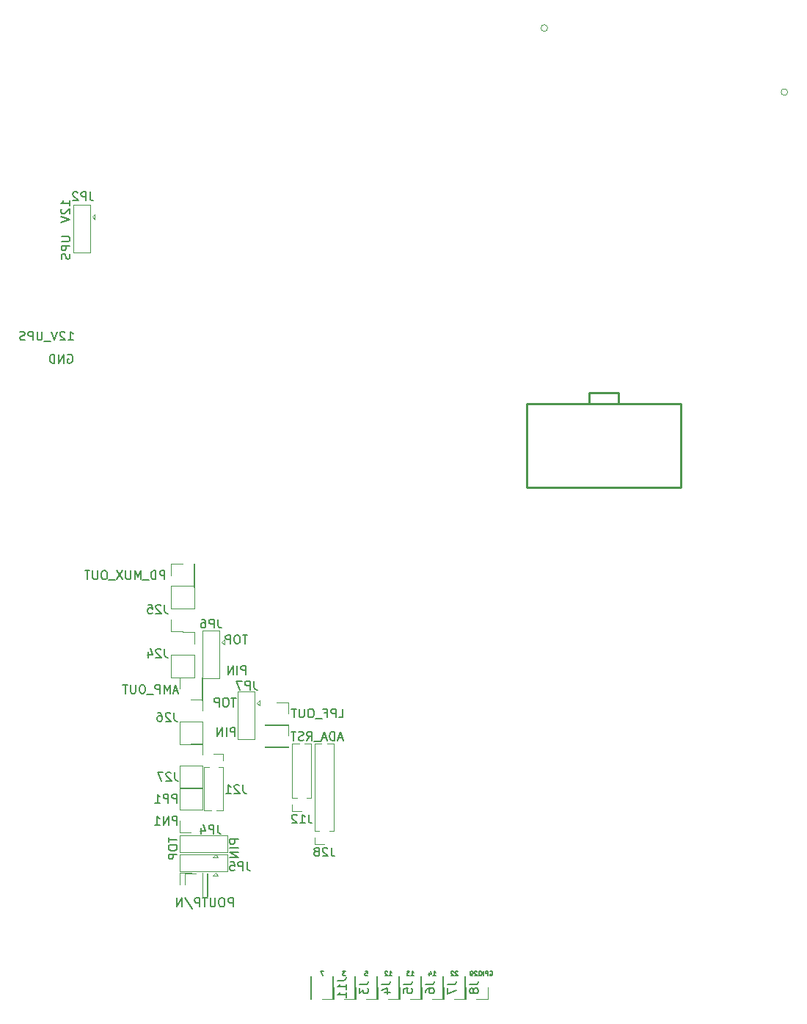
<source format=gbo>
G04 #@! TF.GenerationSoftware,KiCad,Pcbnew,(6.0.1-0)*
G04 #@! TF.CreationDate,2022-02-22T01:29:47+09:00*
G04 #@! TF.ProjectId,qPCR-main,71504352-2d6d-4616-996e-2e6b69636164,rev?*
G04 #@! TF.SameCoordinates,Original*
G04 #@! TF.FileFunction,Legend,Bot*
G04 #@! TF.FilePolarity,Positive*
%FSLAX46Y46*%
G04 Gerber Fmt 4.6, Leading zero omitted, Abs format (unit mm)*
G04 Created by KiCad (PCBNEW (6.0.1-0)) date 2022-02-22 01:29:47*
%MOMM*%
%LPD*%
G01*
G04 APERTURE LIST*
%ADD10C,0.127000*%
%ADD11C,0.150000*%
%ADD12C,0.120000*%
%ADD13C,0.254000*%
G04 APERTURE END LIST*
D10*
X123319333Y-146121809D02*
X123004857Y-146121809D01*
X123174190Y-146315333D01*
X123101619Y-146315333D01*
X123053238Y-146339523D01*
X123029047Y-146363714D01*
X123004857Y-146412095D01*
X123004857Y-146533047D01*
X123029047Y-146581428D01*
X123053238Y-146605619D01*
X123101619Y-146629809D01*
X123246761Y-146629809D01*
X123295142Y-146605619D01*
X123319333Y-146581428D01*
X125569047Y-146121809D02*
X125810952Y-146121809D01*
X125835142Y-146363714D01*
X125810952Y-146339523D01*
X125762571Y-146315333D01*
X125641619Y-146315333D01*
X125593238Y-146339523D01*
X125569047Y-146363714D01*
X125544857Y-146412095D01*
X125544857Y-146533047D01*
X125569047Y-146581428D01*
X125593238Y-146605619D01*
X125641619Y-146629809D01*
X125762571Y-146629809D01*
X125810952Y-146605619D01*
X125835142Y-146581428D01*
X128326761Y-146629809D02*
X128617047Y-146629809D01*
X128471904Y-146629809D02*
X128471904Y-146121809D01*
X128520285Y-146194380D01*
X128568666Y-146242761D01*
X128617047Y-146266952D01*
X128133238Y-146170190D02*
X128109047Y-146146000D01*
X128060666Y-146121809D01*
X127939714Y-146121809D01*
X127891333Y-146146000D01*
X127867142Y-146170190D01*
X127842952Y-146218571D01*
X127842952Y-146266952D01*
X127867142Y-146339523D01*
X128157428Y-146629809D01*
X127842952Y-146629809D01*
X130866761Y-146629809D02*
X131157047Y-146629809D01*
X131011904Y-146629809D02*
X131011904Y-146121809D01*
X131060285Y-146194380D01*
X131108666Y-146242761D01*
X131157047Y-146266952D01*
X130697428Y-146121809D02*
X130382952Y-146121809D01*
X130552285Y-146315333D01*
X130479714Y-146315333D01*
X130431333Y-146339523D01*
X130407142Y-146363714D01*
X130382952Y-146412095D01*
X130382952Y-146533047D01*
X130407142Y-146581428D01*
X130431333Y-146605619D01*
X130479714Y-146629809D01*
X130624857Y-146629809D01*
X130673238Y-146605619D01*
X130697428Y-146581428D01*
X133406761Y-146629809D02*
X133697047Y-146629809D01*
X133551904Y-146629809D02*
X133551904Y-146121809D01*
X133600285Y-146194380D01*
X133648666Y-146242761D01*
X133697047Y-146266952D01*
X132971333Y-146291142D02*
X132971333Y-146629809D01*
X133092285Y-146097619D02*
X133213238Y-146460476D01*
X132898761Y-146460476D01*
X139991809Y-146146000D02*
X140040190Y-146121809D01*
X140112761Y-146121809D01*
X140185333Y-146146000D01*
X140233714Y-146194380D01*
X140257904Y-146242761D01*
X140282095Y-146339523D01*
X140282095Y-146412095D01*
X140257904Y-146508857D01*
X140233714Y-146557238D01*
X140185333Y-146605619D01*
X140112761Y-146629809D01*
X140064380Y-146629809D01*
X139991809Y-146605619D01*
X139967619Y-146581428D01*
X139967619Y-146412095D01*
X140064380Y-146412095D01*
X139749904Y-146629809D02*
X139749904Y-146121809D01*
X139556380Y-146121809D01*
X139508000Y-146146000D01*
X139483809Y-146170190D01*
X139459619Y-146218571D01*
X139459619Y-146291142D01*
X139483809Y-146339523D01*
X139508000Y-146363714D01*
X139556380Y-146387904D01*
X139749904Y-146387904D01*
X139241904Y-146629809D02*
X139241904Y-146121809D01*
X138903238Y-146121809D02*
X138806476Y-146121809D01*
X138758095Y-146146000D01*
X138709714Y-146194380D01*
X138685523Y-146291142D01*
X138685523Y-146460476D01*
X138709714Y-146557238D01*
X138758095Y-146605619D01*
X138806476Y-146629809D01*
X138903238Y-146629809D01*
X138951619Y-146605619D01*
X139000000Y-146557238D01*
X139024190Y-146460476D01*
X139024190Y-146291142D01*
X139000000Y-146194380D01*
X138951619Y-146146000D01*
X138903238Y-146121809D01*
X138492000Y-146170190D02*
X138467809Y-146146000D01*
X138419428Y-146121809D01*
X138298476Y-146121809D01*
X138250095Y-146146000D01*
X138225904Y-146170190D01*
X138201714Y-146218571D01*
X138201714Y-146266952D01*
X138225904Y-146339523D01*
X138516190Y-146629809D01*
X138201714Y-146629809D01*
X137959809Y-146629809D02*
X137863047Y-146629809D01*
X137814666Y-146605619D01*
X137790476Y-146581428D01*
X137742095Y-146508857D01*
X137717904Y-146412095D01*
X137717904Y-146218571D01*
X137742095Y-146170190D01*
X137766285Y-146146000D01*
X137814666Y-146121809D01*
X137911428Y-146121809D01*
X137959809Y-146146000D01*
X137984000Y-146170190D01*
X138008190Y-146218571D01*
X138008190Y-146339523D01*
X137984000Y-146387904D01*
X137959809Y-146412095D01*
X137911428Y-146436285D01*
X137814666Y-146436285D01*
X137766285Y-146412095D01*
X137742095Y-146387904D01*
X137717904Y-146339523D01*
X136237047Y-146170190D02*
X136212857Y-146146000D01*
X136164476Y-146121809D01*
X136043523Y-146121809D01*
X135995142Y-146146000D01*
X135970952Y-146170190D01*
X135946761Y-146218571D01*
X135946761Y-146266952D01*
X135970952Y-146339523D01*
X136261238Y-146629809D01*
X135946761Y-146629809D01*
X135753238Y-146170190D02*
X135729047Y-146146000D01*
X135680666Y-146121809D01*
X135559714Y-146121809D01*
X135511333Y-146146000D01*
X135487142Y-146170190D01*
X135462952Y-146218571D01*
X135462952Y-146266952D01*
X135487142Y-146339523D01*
X135777428Y-146629809D01*
X135462952Y-146629809D01*
D11*
X110318094Y-138672373D02*
X110318094Y-137672373D01*
X109937141Y-137672373D01*
X109841903Y-137719993D01*
X109794284Y-137767612D01*
X109746665Y-137862850D01*
X109746665Y-138005707D01*
X109794284Y-138100945D01*
X109841903Y-138148564D01*
X109937141Y-138196183D01*
X110318094Y-138196183D01*
X109127618Y-137672373D02*
X108937141Y-137672373D01*
X108841903Y-137719993D01*
X108746665Y-137815231D01*
X108699046Y-138005707D01*
X108699046Y-138339040D01*
X108746665Y-138529516D01*
X108841903Y-138624754D01*
X108937141Y-138672373D01*
X109127618Y-138672373D01*
X109222856Y-138624754D01*
X109318094Y-138529516D01*
X109365713Y-138339040D01*
X109365713Y-138005707D01*
X109318094Y-137815231D01*
X109222856Y-137719993D01*
X109127618Y-137672373D01*
X108270475Y-137672373D02*
X108270475Y-138481897D01*
X108222856Y-138577135D01*
X108175237Y-138624754D01*
X108079999Y-138672373D01*
X107889522Y-138672373D01*
X107794284Y-138624754D01*
X107746665Y-138577135D01*
X107699046Y-138481897D01*
X107699046Y-137672373D01*
X107365713Y-137672373D02*
X106794284Y-137672373D01*
X107079999Y-138672373D02*
X107079999Y-137672373D01*
X106460951Y-138672373D02*
X106460951Y-137672373D01*
X106079999Y-137672373D01*
X105984760Y-137719993D01*
X105937141Y-137767612D01*
X105889522Y-137862850D01*
X105889522Y-138005707D01*
X105937141Y-138100945D01*
X105984760Y-138148564D01*
X106079999Y-138196183D01*
X106460951Y-138196183D01*
X104746665Y-137624754D02*
X105603808Y-138910469D01*
X104413332Y-138672373D02*
X104413332Y-137672373D01*
X103841903Y-138672373D01*
X103841903Y-137672373D01*
X103854095Y-126690380D02*
X103854095Y-125690380D01*
X103473142Y-125690380D01*
X103377904Y-125738000D01*
X103330285Y-125785619D01*
X103282666Y-125880857D01*
X103282666Y-126023714D01*
X103330285Y-126118952D01*
X103377904Y-126166571D01*
X103473142Y-126214190D01*
X103854095Y-126214190D01*
X102854095Y-126690380D02*
X102854095Y-125690380D01*
X102473142Y-125690380D01*
X102377904Y-125738000D01*
X102330285Y-125785619D01*
X102282666Y-125880857D01*
X102282666Y-126023714D01*
X102330285Y-126118952D01*
X102377904Y-126166571D01*
X102473142Y-126214190D01*
X102854095Y-126214190D01*
X101330285Y-126690380D02*
X101901714Y-126690380D01*
X101616000Y-126690380D02*
X101616000Y-125690380D01*
X101711238Y-125833238D01*
X101806476Y-125928476D01*
X101901714Y-125976095D01*
X91261904Y-75010009D02*
X91357142Y-74962389D01*
X91500000Y-74962389D01*
X91642857Y-75010009D01*
X91738095Y-75105247D01*
X91785714Y-75200485D01*
X91833333Y-75390961D01*
X91833333Y-75533818D01*
X91785714Y-75724294D01*
X91738095Y-75819532D01*
X91642857Y-75914770D01*
X91500000Y-75962389D01*
X91404761Y-75962389D01*
X91261904Y-75914770D01*
X91214285Y-75867151D01*
X91214285Y-75533818D01*
X91404761Y-75533818D01*
X90785714Y-75962389D02*
X90785714Y-74962389D01*
X90214285Y-75962389D01*
X90214285Y-74962389D01*
X89738095Y-75962389D02*
X89738095Y-74962389D01*
X89500000Y-74962389D01*
X89357142Y-75010009D01*
X89261904Y-75105247D01*
X89214285Y-75200485D01*
X89166666Y-75390961D01*
X89166666Y-75533818D01*
X89214285Y-75724294D01*
X89261904Y-75819532D01*
X89357142Y-75914770D01*
X89500000Y-75962389D01*
X89738095Y-75962389D01*
X90512380Y-61378095D02*
X91321904Y-61378095D01*
X91417142Y-61425714D01*
X91464761Y-61473333D01*
X91512380Y-61568571D01*
X91512380Y-61759047D01*
X91464761Y-61854285D01*
X91417142Y-61901904D01*
X91321904Y-61949523D01*
X90512380Y-61949523D01*
X91512380Y-62425714D02*
X90512380Y-62425714D01*
X90512380Y-62806666D01*
X90560000Y-62901904D01*
X90607619Y-62949523D01*
X90702857Y-62997142D01*
X90845714Y-62997142D01*
X90940952Y-62949523D01*
X90988571Y-62901904D01*
X91036190Y-62806666D01*
X91036190Y-62425714D01*
X91464761Y-63378095D02*
X91512380Y-63520952D01*
X91512380Y-63759047D01*
X91464761Y-63854285D01*
X91417142Y-63901904D01*
X91321904Y-63949523D01*
X91226666Y-63949523D01*
X91131428Y-63901904D01*
X91083809Y-63854285D01*
X91036190Y-63759047D01*
X90988571Y-63568571D01*
X90940952Y-63473333D01*
X90893333Y-63425714D01*
X90798095Y-63378095D01*
X90702857Y-63378095D01*
X90607619Y-63425714D01*
X90560000Y-63473333D01*
X90512380Y-63568571D01*
X90512380Y-63806666D01*
X90560000Y-63949523D01*
X122924761Y-119206666D02*
X122448571Y-119206666D01*
X123020000Y-119492380D02*
X122686666Y-118492380D01*
X122353333Y-119492380D01*
X122020000Y-119492380D02*
X122020000Y-118492380D01*
X121781904Y-118492380D01*
X121639047Y-118540000D01*
X121543809Y-118635238D01*
X121496190Y-118730476D01*
X121448571Y-118920952D01*
X121448571Y-119063809D01*
X121496190Y-119254285D01*
X121543809Y-119349523D01*
X121639047Y-119444761D01*
X121781904Y-119492380D01*
X122020000Y-119492380D01*
X121067619Y-119206666D02*
X120591428Y-119206666D01*
X121162857Y-119492380D02*
X120829523Y-118492380D01*
X120496190Y-119492380D01*
X120400952Y-119587619D02*
X119639047Y-119587619D01*
X118829523Y-119492380D02*
X119162857Y-119016190D01*
X119400952Y-119492380D02*
X119400952Y-118492380D01*
X119020000Y-118492380D01*
X118924761Y-118540000D01*
X118877142Y-118587619D01*
X118829523Y-118682857D01*
X118829523Y-118825714D01*
X118877142Y-118920952D01*
X118924761Y-118968571D01*
X119020000Y-119016190D01*
X119400952Y-119016190D01*
X118448571Y-119444761D02*
X118305714Y-119492380D01*
X118067619Y-119492380D01*
X117972380Y-119444761D01*
X117924761Y-119397142D01*
X117877142Y-119301904D01*
X117877142Y-119206666D01*
X117924761Y-119111428D01*
X117972380Y-119063809D01*
X118067619Y-119016190D01*
X118258095Y-118968571D01*
X118353333Y-118920952D01*
X118400952Y-118873333D01*
X118448571Y-118778095D01*
X118448571Y-118682857D01*
X118400952Y-118587619D01*
X118353333Y-118540000D01*
X118258095Y-118492380D01*
X118020000Y-118492380D01*
X117877142Y-118540000D01*
X117591428Y-118492380D02*
X117020000Y-118492380D01*
X117305714Y-119492380D02*
X117305714Y-118492380D01*
D10*
X120779333Y-146121809D02*
X120440666Y-146121809D01*
X120658380Y-146629809D01*
D11*
X91300000Y-73332380D02*
X91871428Y-73332380D01*
X91585714Y-73332380D02*
X91585714Y-72332380D01*
X91680952Y-72475238D01*
X91776190Y-72570476D01*
X91871428Y-72618095D01*
X90919047Y-72427619D02*
X90871428Y-72380000D01*
X90776190Y-72332380D01*
X90538095Y-72332380D01*
X90442857Y-72380000D01*
X90395238Y-72427619D01*
X90347619Y-72522857D01*
X90347619Y-72618095D01*
X90395238Y-72760952D01*
X90966666Y-73332380D01*
X90347619Y-73332380D01*
X90061904Y-72332380D02*
X89728571Y-73332380D01*
X89395238Y-72332380D01*
X89300000Y-73427619D02*
X88538095Y-73427619D01*
X88300000Y-72332380D02*
X88300000Y-73141904D01*
X88252380Y-73237142D01*
X88204761Y-73284761D01*
X88109523Y-73332380D01*
X87919047Y-73332380D01*
X87823809Y-73284761D01*
X87776190Y-73237142D01*
X87728571Y-73141904D01*
X87728571Y-72332380D01*
X87252380Y-73332380D02*
X87252380Y-72332380D01*
X86871428Y-72332380D01*
X86776190Y-72380000D01*
X86728571Y-72427619D01*
X86680952Y-72522857D01*
X86680952Y-72665714D01*
X86728571Y-72760952D01*
X86776190Y-72808571D01*
X86871428Y-72856190D01*
X87252380Y-72856190D01*
X86300000Y-73284761D02*
X86157142Y-73332380D01*
X85919047Y-73332380D01*
X85823809Y-73284761D01*
X85776190Y-73237142D01*
X85728571Y-73141904D01*
X85728571Y-73046666D01*
X85776190Y-72951428D01*
X85823809Y-72903809D01*
X85919047Y-72856190D01*
X86109523Y-72808571D01*
X86204761Y-72760952D01*
X86252380Y-72713333D01*
X86300000Y-72618095D01*
X86300000Y-72522857D01*
X86252380Y-72427619D01*
X86204761Y-72380000D01*
X86109523Y-72332380D01*
X85871428Y-72332380D01*
X85728571Y-72380000D01*
X103949047Y-113786666D02*
X103472857Y-113786666D01*
X104044285Y-114072380D02*
X103710952Y-113072380D01*
X103377619Y-114072380D01*
X103044285Y-114072380D02*
X103044285Y-113072380D01*
X102710952Y-113786666D01*
X102377619Y-113072380D01*
X102377619Y-114072380D01*
X101901428Y-114072380D02*
X101901428Y-113072380D01*
X101520476Y-113072380D01*
X101425238Y-113120000D01*
X101377619Y-113167619D01*
X101330000Y-113262857D01*
X101330000Y-113405714D01*
X101377619Y-113500952D01*
X101425238Y-113548571D01*
X101520476Y-113596190D01*
X101901428Y-113596190D01*
X101139523Y-114167619D02*
X100377619Y-114167619D01*
X99949047Y-113072380D02*
X99758571Y-113072380D01*
X99663333Y-113120000D01*
X99568095Y-113215238D01*
X99520476Y-113405714D01*
X99520476Y-113739047D01*
X99568095Y-113929523D01*
X99663333Y-114024761D01*
X99758571Y-114072380D01*
X99949047Y-114072380D01*
X100044285Y-114024761D01*
X100139523Y-113929523D01*
X100187142Y-113739047D01*
X100187142Y-113405714D01*
X100139523Y-113215238D01*
X100044285Y-113120000D01*
X99949047Y-113072380D01*
X99091904Y-113072380D02*
X99091904Y-113881904D01*
X99044285Y-113977142D01*
X98996666Y-114024761D01*
X98901428Y-114072380D01*
X98710952Y-114072380D01*
X98615714Y-114024761D01*
X98568095Y-113977142D01*
X98520476Y-113881904D01*
X98520476Y-113072380D01*
X98187142Y-113072380D02*
X97615714Y-113072380D01*
X97901428Y-114072380D02*
X97901428Y-113072380D01*
X102872380Y-130670476D02*
X102872380Y-131241904D01*
X103872380Y-130956190D02*
X102872380Y-130956190D01*
X102872380Y-131765714D02*
X102872380Y-131956190D01*
X102920000Y-132051428D01*
X103015238Y-132146666D01*
X103205714Y-132194285D01*
X103539047Y-132194285D01*
X103729523Y-132146666D01*
X103824761Y-132051428D01*
X103872380Y-131956190D01*
X103872380Y-131765714D01*
X103824761Y-131670476D01*
X103729523Y-131575238D01*
X103539047Y-131527619D01*
X103205714Y-131527619D01*
X103015238Y-131575238D01*
X102920000Y-131670476D01*
X102872380Y-131765714D01*
X103872380Y-132622857D02*
X102872380Y-132622857D01*
X102872380Y-133003809D01*
X102920000Y-133099047D01*
X102967619Y-133146666D01*
X103062857Y-133194285D01*
X103205714Y-133194285D01*
X103300952Y-133146666D01*
X103348571Y-133099047D01*
X103396190Y-133003809D01*
X103396190Y-132622857D01*
X103877904Y-129230380D02*
X103877904Y-128230380D01*
X103496952Y-128230380D01*
X103401714Y-128278000D01*
X103354095Y-128325619D01*
X103306476Y-128420857D01*
X103306476Y-128563714D01*
X103354095Y-128658952D01*
X103401714Y-128706571D01*
X103496952Y-128754190D01*
X103877904Y-128754190D01*
X102877904Y-129230380D02*
X102877904Y-128230380D01*
X102306476Y-129230380D01*
X102306476Y-128230380D01*
X101306476Y-129230380D02*
X101877904Y-129230380D01*
X101592190Y-129230380D02*
X101592190Y-128230380D01*
X101687428Y-128373238D01*
X101782666Y-128468476D01*
X101877904Y-128516095D01*
X110962380Y-130906190D02*
X109962380Y-130906190D01*
X109962380Y-131287142D01*
X110010000Y-131382380D01*
X110057619Y-131430000D01*
X110152857Y-131477619D01*
X110295714Y-131477619D01*
X110390952Y-131430000D01*
X110438571Y-131382380D01*
X110486190Y-131287142D01*
X110486190Y-130906190D01*
X110962380Y-131906190D02*
X109962380Y-131906190D01*
X110962380Y-132382380D02*
X109962380Y-132382380D01*
X110962380Y-132953809D01*
X109962380Y-132953809D01*
X111813809Y-111862380D02*
X111813809Y-110862380D01*
X111432857Y-110862380D01*
X111337619Y-110910000D01*
X111290000Y-110957619D01*
X111242380Y-111052857D01*
X111242380Y-111195714D01*
X111290000Y-111290952D01*
X111337619Y-111338571D01*
X111432857Y-111386190D01*
X111813809Y-111386190D01*
X110813809Y-111862380D02*
X110813809Y-110862380D01*
X110337619Y-111862380D02*
X110337619Y-110862380D01*
X109766190Y-111862380D01*
X109766190Y-110862380D01*
X102423800Y-100912380D02*
X102423800Y-99912380D01*
X102042848Y-99912380D01*
X101947610Y-99960000D01*
X101899991Y-100007619D01*
X101852371Y-100102857D01*
X101852371Y-100245714D01*
X101899991Y-100340952D01*
X101947610Y-100388571D01*
X102042848Y-100436190D01*
X102423800Y-100436190D01*
X101423800Y-100912380D02*
X101423800Y-99912380D01*
X101185705Y-99912380D01*
X101042848Y-99960000D01*
X100947610Y-100055238D01*
X100899991Y-100150476D01*
X100852371Y-100340952D01*
X100852371Y-100483809D01*
X100899991Y-100674285D01*
X100947610Y-100769523D01*
X101042848Y-100864761D01*
X101185705Y-100912380D01*
X101423800Y-100912380D01*
X100661895Y-101007619D02*
X99899991Y-101007619D01*
X99661895Y-100912380D02*
X99661895Y-99912380D01*
X99328562Y-100626666D01*
X98995229Y-99912380D01*
X98995229Y-100912380D01*
X98519038Y-99912380D02*
X98519038Y-100721904D01*
X98471419Y-100817142D01*
X98423800Y-100864761D01*
X98328562Y-100912380D01*
X98138086Y-100912380D01*
X98042848Y-100864761D01*
X97995229Y-100817142D01*
X97947610Y-100721904D01*
X97947610Y-99912380D01*
X97566657Y-99912380D02*
X96899991Y-100912380D01*
X96899991Y-99912380D02*
X97566657Y-100912380D01*
X96757133Y-101007619D02*
X95995229Y-101007619D01*
X95566657Y-99912380D02*
X95376181Y-99912380D01*
X95280943Y-99960000D01*
X95185705Y-100055238D01*
X95138086Y-100245714D01*
X95138086Y-100579047D01*
X95185705Y-100769523D01*
X95280943Y-100864761D01*
X95376181Y-100912380D01*
X95566657Y-100912380D01*
X95661895Y-100864761D01*
X95757133Y-100769523D01*
X95804752Y-100579047D01*
X95804752Y-100245714D01*
X95757133Y-100055238D01*
X95661895Y-99960000D01*
X95566657Y-99912380D01*
X94709514Y-99912380D02*
X94709514Y-100721904D01*
X94661895Y-100817142D01*
X94614276Y-100864761D01*
X94519038Y-100912380D01*
X94328562Y-100912380D01*
X94233324Y-100864761D01*
X94185705Y-100817142D01*
X94138086Y-100721904D01*
X94138086Y-99912380D01*
X93804752Y-99912380D02*
X93233324Y-99912380D01*
X93519038Y-100912380D02*
X93519038Y-99912380D01*
X110669523Y-114592380D02*
X110098095Y-114592380D01*
X110383809Y-115592380D02*
X110383809Y-114592380D01*
X109574285Y-114592380D02*
X109383809Y-114592380D01*
X109288571Y-114640000D01*
X109193333Y-114735238D01*
X109145714Y-114925714D01*
X109145714Y-115259047D01*
X109193333Y-115449523D01*
X109288571Y-115544761D01*
X109383809Y-115592380D01*
X109574285Y-115592380D01*
X109669523Y-115544761D01*
X109764761Y-115449523D01*
X109812380Y-115259047D01*
X109812380Y-114925714D01*
X109764761Y-114735238D01*
X109669523Y-114640000D01*
X109574285Y-114592380D01*
X108717142Y-115592380D02*
X108717142Y-114592380D01*
X108336190Y-114592380D01*
X108240952Y-114640000D01*
X108193333Y-114687619D01*
X108145714Y-114782857D01*
X108145714Y-114925714D01*
X108193333Y-115020952D01*
X108240952Y-115068571D01*
X108336190Y-115116190D01*
X108717142Y-115116190D01*
X111989523Y-107332380D02*
X111418095Y-107332380D01*
X111703809Y-108332380D02*
X111703809Y-107332380D01*
X110894285Y-107332380D02*
X110703809Y-107332380D01*
X110608571Y-107380000D01*
X110513333Y-107475238D01*
X110465714Y-107665714D01*
X110465714Y-107999047D01*
X110513333Y-108189523D01*
X110608571Y-108284761D01*
X110703809Y-108332380D01*
X110894285Y-108332380D01*
X110989523Y-108284761D01*
X111084761Y-108189523D01*
X111132380Y-107999047D01*
X111132380Y-107665714D01*
X111084761Y-107475238D01*
X110989523Y-107380000D01*
X110894285Y-107332380D01*
X110037142Y-108332380D02*
X110037142Y-107332380D01*
X109656190Y-107332380D01*
X109560952Y-107380000D01*
X109513333Y-107427619D01*
X109465714Y-107522857D01*
X109465714Y-107665714D01*
X109513333Y-107760952D01*
X109560952Y-107808571D01*
X109656190Y-107856190D01*
X110037142Y-107856190D01*
X91462380Y-57810952D02*
X91462380Y-57239523D01*
X91462380Y-57525238D02*
X90462380Y-57525238D01*
X90605238Y-57430000D01*
X90700476Y-57334761D01*
X90748095Y-57239523D01*
X90557619Y-58191904D02*
X90510000Y-58239523D01*
X90462380Y-58334761D01*
X90462380Y-58572857D01*
X90510000Y-58668095D01*
X90557619Y-58715714D01*
X90652857Y-58763333D01*
X90748095Y-58763333D01*
X90890952Y-58715714D01*
X91462380Y-58144285D01*
X91462380Y-58763333D01*
X90462380Y-59049047D02*
X91462380Y-59382380D01*
X90462380Y-59715714D01*
X122538571Y-116852380D02*
X123014761Y-116852380D01*
X123014761Y-115852380D01*
X122205238Y-116852380D02*
X122205238Y-115852380D01*
X121824285Y-115852380D01*
X121729047Y-115900000D01*
X121681428Y-115947619D01*
X121633809Y-116042857D01*
X121633809Y-116185714D01*
X121681428Y-116280952D01*
X121729047Y-116328571D01*
X121824285Y-116376190D01*
X122205238Y-116376190D01*
X120871904Y-116328571D02*
X121205238Y-116328571D01*
X121205238Y-116852380D02*
X121205238Y-115852380D01*
X120729047Y-115852380D01*
X120586190Y-116947619D02*
X119824285Y-116947619D01*
X119395714Y-115852380D02*
X119205238Y-115852380D01*
X119110000Y-115900000D01*
X119014761Y-115995238D01*
X118967142Y-116185714D01*
X118967142Y-116519047D01*
X119014761Y-116709523D01*
X119110000Y-116804761D01*
X119205238Y-116852380D01*
X119395714Y-116852380D01*
X119490952Y-116804761D01*
X119586190Y-116709523D01*
X119633809Y-116519047D01*
X119633809Y-116185714D01*
X119586190Y-115995238D01*
X119490952Y-115900000D01*
X119395714Y-115852380D01*
X118538571Y-115852380D02*
X118538571Y-116661904D01*
X118490952Y-116757142D01*
X118443333Y-116804761D01*
X118348095Y-116852380D01*
X118157619Y-116852380D01*
X118062380Y-116804761D01*
X118014761Y-116757142D01*
X117967142Y-116661904D01*
X117967142Y-115852380D01*
X117633809Y-115852380D02*
X117062380Y-115852380D01*
X117348095Y-116852380D02*
X117348095Y-115852380D01*
X110563798Y-119012392D02*
X110563798Y-118012392D01*
X110182846Y-118012392D01*
X110087608Y-118060012D01*
X110039989Y-118107631D01*
X109992369Y-118202869D01*
X109992369Y-118345726D01*
X110039989Y-118440964D01*
X110087608Y-118488583D01*
X110182846Y-118536202D01*
X110563798Y-118536202D01*
X109563798Y-119012392D02*
X109563798Y-118012392D01*
X109087608Y-119012392D02*
X109087608Y-118012392D01*
X108516179Y-119012392D01*
X108516179Y-118012392D01*
X124932380Y-147666666D02*
X125646666Y-147666666D01*
X125789523Y-147619047D01*
X125884761Y-147523809D01*
X125932380Y-147380952D01*
X125932380Y-147285714D01*
X124932380Y-148047619D02*
X124932380Y-148666666D01*
X125313333Y-148333333D01*
X125313333Y-148476190D01*
X125360952Y-148571428D01*
X125408571Y-148619047D01*
X125503809Y-148666666D01*
X125741904Y-148666666D01*
X125837142Y-148619047D01*
X125884761Y-148571428D01*
X125932380Y-148476190D01*
X125932380Y-148190476D01*
X125884761Y-148095238D01*
X125837142Y-148047619D01*
X127472380Y-147666666D02*
X128186666Y-147666666D01*
X128329523Y-147619047D01*
X128424761Y-147523809D01*
X128472380Y-147380952D01*
X128472380Y-147285714D01*
X127805714Y-148571428D02*
X128472380Y-148571428D01*
X127424761Y-148333333D02*
X128139047Y-148095238D01*
X128139047Y-148714285D01*
X130012380Y-147666666D02*
X130726666Y-147666666D01*
X130869523Y-147619047D01*
X130964761Y-147523809D01*
X131012380Y-147380952D01*
X131012380Y-147285714D01*
X130012380Y-148619047D02*
X130012380Y-148142857D01*
X130488571Y-148095238D01*
X130440952Y-148142857D01*
X130393333Y-148238095D01*
X130393333Y-148476190D01*
X130440952Y-148571428D01*
X130488571Y-148619047D01*
X130583809Y-148666666D01*
X130821904Y-148666666D01*
X130917142Y-148619047D01*
X130964761Y-148571428D01*
X131012380Y-148476190D01*
X131012380Y-148238095D01*
X130964761Y-148142857D01*
X130917142Y-148095238D01*
X132552380Y-147666666D02*
X133266666Y-147666666D01*
X133409523Y-147619047D01*
X133504761Y-147523809D01*
X133552380Y-147380952D01*
X133552380Y-147285714D01*
X132552380Y-148571428D02*
X132552380Y-148380952D01*
X132600000Y-148285714D01*
X132647619Y-148238095D01*
X132790476Y-148142857D01*
X132980952Y-148095238D01*
X133361904Y-148095238D01*
X133457142Y-148142857D01*
X133504761Y-148190476D01*
X133552380Y-148285714D01*
X133552380Y-148476190D01*
X133504761Y-148571428D01*
X133457142Y-148619047D01*
X133361904Y-148666666D01*
X133123809Y-148666666D01*
X133028571Y-148619047D01*
X132980952Y-148571428D01*
X132933333Y-148476190D01*
X132933333Y-148285714D01*
X132980952Y-148190476D01*
X133028571Y-148142857D01*
X133123809Y-148095238D01*
X137632380Y-147666666D02*
X138346666Y-147666666D01*
X138489523Y-147619047D01*
X138584761Y-147523809D01*
X138632380Y-147380952D01*
X138632380Y-147285714D01*
X138060952Y-148285714D02*
X138013333Y-148190476D01*
X137965714Y-148142857D01*
X137870476Y-148095238D01*
X137822857Y-148095238D01*
X137727619Y-148142857D01*
X137680000Y-148190476D01*
X137632380Y-148285714D01*
X137632380Y-148476190D01*
X137680000Y-148571428D01*
X137727619Y-148619047D01*
X137822857Y-148666666D01*
X137870476Y-148666666D01*
X137965714Y-148619047D01*
X138013333Y-148571428D01*
X138060952Y-148476190D01*
X138060952Y-148285714D01*
X138108571Y-148190476D01*
X138156190Y-148142857D01*
X138251428Y-148095238D01*
X138441904Y-148095238D01*
X138537142Y-148142857D01*
X138584761Y-148190476D01*
X138632380Y-148285714D01*
X138632380Y-148476190D01*
X138584761Y-148571428D01*
X138537142Y-148619047D01*
X138441904Y-148666666D01*
X138251428Y-148666666D01*
X138156190Y-148619047D01*
X138108571Y-148571428D01*
X138060952Y-148476190D01*
X93833333Y-56232380D02*
X93833333Y-56946666D01*
X93880952Y-57089523D01*
X93976190Y-57184761D01*
X94119047Y-57232380D01*
X94214285Y-57232380D01*
X93357142Y-57232380D02*
X93357142Y-56232380D01*
X92976190Y-56232380D01*
X92880952Y-56280000D01*
X92833333Y-56327619D01*
X92785714Y-56422857D01*
X92785714Y-56565714D01*
X92833333Y-56660952D01*
X92880952Y-56708571D01*
X92976190Y-56756190D01*
X93357142Y-56756190D01*
X92404761Y-56327619D02*
X92357142Y-56280000D01*
X92261904Y-56232380D01*
X92023809Y-56232380D01*
X91928571Y-56280000D01*
X91880952Y-56327619D01*
X91833333Y-56422857D01*
X91833333Y-56518095D01*
X91880952Y-56660952D01*
X92452380Y-57232380D01*
X91833333Y-57232380D01*
X135092380Y-147666666D02*
X135806666Y-147666666D01*
X135949523Y-147619047D01*
X136044761Y-147523809D01*
X136092380Y-147380952D01*
X136092380Y-147285714D01*
X135092380Y-148047619D02*
X135092380Y-148714285D01*
X136092380Y-148285714D01*
X119071923Y-128045780D02*
X119071923Y-128760066D01*
X119119542Y-128902923D01*
X119214780Y-128998161D01*
X119357638Y-129045780D01*
X119452876Y-129045780D01*
X118071923Y-129045780D02*
X118643352Y-129045780D01*
X118357638Y-129045780D02*
X118357638Y-128045780D01*
X118452876Y-128188638D01*
X118548114Y-128283876D01*
X118643352Y-128331495D01*
X117690971Y-128141019D02*
X117643352Y-128093400D01*
X117548114Y-128045780D01*
X117310019Y-128045780D01*
X117214780Y-128093400D01*
X117167161Y-128141019D01*
X117119542Y-128236257D01*
X117119542Y-128331495D01*
X117167161Y-128474352D01*
X117738590Y-129045780D01*
X117119542Y-129045780D01*
X122382380Y-147190476D02*
X123096666Y-147190476D01*
X123239523Y-147142857D01*
X123334761Y-147047619D01*
X123382380Y-146904761D01*
X123382380Y-146809523D01*
X123382380Y-148190476D02*
X123382380Y-147619047D01*
X123382380Y-147904761D02*
X122382380Y-147904761D01*
X122525238Y-147809523D01*
X122620476Y-147714285D01*
X122668095Y-147619047D01*
X123382380Y-149142857D02*
X123382380Y-148571428D01*
X123382380Y-148857142D02*
X122382380Y-148857142D01*
X122525238Y-148761904D01*
X122620476Y-148666666D01*
X122668095Y-148571428D01*
X112743333Y-112652380D02*
X112743333Y-113366666D01*
X112790952Y-113509523D01*
X112886190Y-113604761D01*
X113029047Y-113652380D01*
X113124285Y-113652380D01*
X112267142Y-113652380D02*
X112267142Y-112652380D01*
X111886190Y-112652380D01*
X111790952Y-112700000D01*
X111743333Y-112747619D01*
X111695714Y-112842857D01*
X111695714Y-112985714D01*
X111743333Y-113080952D01*
X111790952Y-113128571D01*
X111886190Y-113176190D01*
X112267142Y-113176190D01*
X111362380Y-112652380D02*
X110695714Y-112652380D01*
X111124285Y-113652380D01*
X108593328Y-105524373D02*
X108593328Y-106238659D01*
X108640947Y-106381516D01*
X108736185Y-106476754D01*
X108879042Y-106524373D01*
X108974280Y-106524373D01*
X108117137Y-106524373D02*
X108117137Y-105524373D01*
X107736185Y-105524373D01*
X107640947Y-105571993D01*
X107593328Y-105619612D01*
X107545709Y-105714850D01*
X107545709Y-105857707D01*
X107593328Y-105952945D01*
X107640947Y-106000564D01*
X107736185Y-106048183D01*
X108117137Y-106048183D01*
X106688566Y-105524373D02*
X106879042Y-105524373D01*
X106974280Y-105571993D01*
X107021899Y-105619612D01*
X107117137Y-105762469D01*
X107164756Y-105952945D01*
X107164756Y-106333897D01*
X107117137Y-106429135D01*
X107069518Y-106476754D01*
X106974280Y-106524373D01*
X106783804Y-106524373D01*
X106688566Y-106476754D01*
X106640947Y-106429135D01*
X106593328Y-106333897D01*
X106593328Y-106095802D01*
X106640947Y-106000564D01*
X106688566Y-105952945D01*
X106783804Y-105905326D01*
X106974280Y-105905326D01*
X107069518Y-105952945D01*
X107117137Y-106000564D01*
X107164756Y-106095802D01*
X108573333Y-129232380D02*
X108573333Y-129946666D01*
X108620952Y-130089523D01*
X108716190Y-130184761D01*
X108859047Y-130232380D01*
X108954285Y-130232380D01*
X108097142Y-130232380D02*
X108097142Y-129232380D01*
X107716190Y-129232380D01*
X107620952Y-129280000D01*
X107573333Y-129327619D01*
X107525714Y-129422857D01*
X107525714Y-129565714D01*
X107573333Y-129660952D01*
X107620952Y-129708571D01*
X107716190Y-129756190D01*
X108097142Y-129756190D01*
X106668571Y-129565714D02*
X106668571Y-130232380D01*
X106906666Y-129184761D02*
X107144761Y-129899047D01*
X106525714Y-129899047D01*
X103529523Y-116292380D02*
X103529523Y-117006666D01*
X103577142Y-117149523D01*
X103672380Y-117244761D01*
X103815238Y-117292380D01*
X103910476Y-117292380D01*
X103100952Y-116387619D02*
X103053333Y-116340000D01*
X102958095Y-116292380D01*
X102720000Y-116292380D01*
X102624761Y-116340000D01*
X102577142Y-116387619D01*
X102529523Y-116482857D01*
X102529523Y-116578095D01*
X102577142Y-116720952D01*
X103148571Y-117292380D01*
X102529523Y-117292380D01*
X101672380Y-116292380D02*
X101862857Y-116292380D01*
X101958095Y-116340000D01*
X102005714Y-116387619D01*
X102100952Y-116530476D01*
X102148571Y-116720952D01*
X102148571Y-117101904D01*
X102100952Y-117197142D01*
X102053333Y-117244761D01*
X101958095Y-117292380D01*
X101767619Y-117292380D01*
X101672380Y-117244761D01*
X101624761Y-117197142D01*
X101577142Y-117101904D01*
X101577142Y-116863809D01*
X101624761Y-116768571D01*
X101672380Y-116720952D01*
X101767619Y-116673333D01*
X101958095Y-116673333D01*
X102053333Y-116720952D01*
X102100952Y-116768571D01*
X102148571Y-116863809D01*
X121662723Y-131855780D02*
X121662723Y-132570066D01*
X121710342Y-132712923D01*
X121805580Y-132808161D01*
X121948438Y-132855780D01*
X122043676Y-132855780D01*
X121234152Y-131951019D02*
X121186533Y-131903400D01*
X121091295Y-131855780D01*
X120853200Y-131855780D01*
X120757961Y-131903400D01*
X120710342Y-131951019D01*
X120662723Y-132046257D01*
X120662723Y-132141495D01*
X120710342Y-132284352D01*
X121281771Y-132855780D01*
X120662723Y-132855780D01*
X120091295Y-132284352D02*
X120186533Y-132236733D01*
X120234152Y-132189114D01*
X120281771Y-132093876D01*
X120281771Y-132046257D01*
X120234152Y-131951019D01*
X120186533Y-131903400D01*
X120091295Y-131855780D01*
X119900819Y-131855780D01*
X119805580Y-131903400D01*
X119757961Y-131951019D01*
X119710342Y-132046257D01*
X119710342Y-132093876D01*
X119757961Y-132189114D01*
X119805580Y-132236733D01*
X119900819Y-132284352D01*
X120091295Y-132284352D01*
X120186533Y-132331971D01*
X120234152Y-132379590D01*
X120281771Y-132474828D01*
X120281771Y-132665304D01*
X120234152Y-132760542D01*
X120186533Y-132808161D01*
X120091295Y-132855780D01*
X119900819Y-132855780D01*
X119805580Y-132808161D01*
X119757961Y-132760542D01*
X119710342Y-132665304D01*
X119710342Y-132474828D01*
X119757961Y-132379590D01*
X119805580Y-132331971D01*
X119900819Y-132284352D01*
X111469523Y-124602380D02*
X111469523Y-125316666D01*
X111517142Y-125459523D01*
X111612380Y-125554761D01*
X111755238Y-125602380D01*
X111850476Y-125602380D01*
X111040952Y-124697619D02*
X110993333Y-124650000D01*
X110898095Y-124602380D01*
X110660000Y-124602380D01*
X110564761Y-124650000D01*
X110517142Y-124697619D01*
X110469523Y-124792857D01*
X110469523Y-124888095D01*
X110517142Y-125030952D01*
X111088571Y-125602380D01*
X110469523Y-125602380D01*
X109517142Y-125602380D02*
X110088571Y-125602380D01*
X109802857Y-125602380D02*
X109802857Y-124602380D01*
X109898095Y-124745238D01*
X109993333Y-124840476D01*
X110088571Y-124888095D01*
X111933333Y-133512380D02*
X111933333Y-134226666D01*
X111980952Y-134369523D01*
X112076190Y-134464761D01*
X112219047Y-134512380D01*
X112314285Y-134512380D01*
X111457142Y-134512380D02*
X111457142Y-133512380D01*
X111076190Y-133512380D01*
X110980952Y-133560000D01*
X110933333Y-133607619D01*
X110885714Y-133702857D01*
X110885714Y-133845714D01*
X110933333Y-133940952D01*
X110980952Y-133988571D01*
X111076190Y-134036190D01*
X111457142Y-134036190D01*
X109980952Y-133512380D02*
X110457142Y-133512380D01*
X110504761Y-133988571D01*
X110457142Y-133940952D01*
X110361904Y-133893333D01*
X110123809Y-133893333D01*
X110028571Y-133940952D01*
X109980952Y-133988571D01*
X109933333Y-134083809D01*
X109933333Y-134321904D01*
X109980952Y-134417142D01*
X110028571Y-134464761D01*
X110123809Y-134512380D01*
X110361904Y-134512380D01*
X110457142Y-134464761D01*
X110504761Y-134417142D01*
X102419514Y-103849380D02*
X102419514Y-104563666D01*
X102467133Y-104706523D01*
X102562371Y-104801761D01*
X102705229Y-104849380D01*
X102800467Y-104849380D01*
X101990943Y-103944619D02*
X101943324Y-103897000D01*
X101848086Y-103849380D01*
X101609991Y-103849380D01*
X101514752Y-103897000D01*
X101467133Y-103944619D01*
X101419514Y-104039857D01*
X101419514Y-104135095D01*
X101467133Y-104277952D01*
X102038562Y-104849380D01*
X101419514Y-104849380D01*
X100514752Y-103849380D02*
X100990943Y-103849380D01*
X101038562Y-104325571D01*
X100990943Y-104277952D01*
X100895705Y-104230333D01*
X100657610Y-104230333D01*
X100562371Y-104277952D01*
X100514752Y-104325571D01*
X100467133Y-104420809D01*
X100467133Y-104658904D01*
X100514752Y-104754142D01*
X100562371Y-104801761D01*
X100657610Y-104849380D01*
X100895705Y-104849380D01*
X100990943Y-104801761D01*
X101038562Y-104754142D01*
X102419514Y-108929380D02*
X102419514Y-109643666D01*
X102467133Y-109786523D01*
X102562371Y-109881761D01*
X102705229Y-109929380D01*
X102800467Y-109929380D01*
X101990943Y-109024619D02*
X101943324Y-108977000D01*
X101848086Y-108929380D01*
X101609991Y-108929380D01*
X101514752Y-108977000D01*
X101467133Y-109024619D01*
X101419514Y-109119857D01*
X101419514Y-109215095D01*
X101467133Y-109357952D01*
X102038562Y-109929380D01*
X101419514Y-109929380D01*
X100562371Y-109262714D02*
X100562371Y-109929380D01*
X100800467Y-108881761D02*
X101038562Y-109596047D01*
X100419514Y-109596047D01*
X103599513Y-123162369D02*
X103599513Y-123876655D01*
X103647132Y-124019512D01*
X103742370Y-124114750D01*
X103885228Y-124162369D01*
X103980466Y-124162369D01*
X103170942Y-123257608D02*
X103123323Y-123209989D01*
X103028085Y-123162369D01*
X102789990Y-123162369D01*
X102694751Y-123209989D01*
X102647132Y-123257608D01*
X102599513Y-123352846D01*
X102599513Y-123448084D01*
X102647132Y-123590941D01*
X103218561Y-124162369D01*
X102599513Y-124162369D01*
X102266180Y-123162369D02*
X101599513Y-123162369D01*
X102028085Y-124162369D01*
D12*
X174340312Y-44715370D02*
G75*
G03*
X174340312Y-44715370I-381000J0D01*
G01*
X146630813Y-37324869D02*
G75*
G03*
X146630813Y-37324869I-381000J0D01*
G01*
X121880000Y-149330000D02*
X121820000Y-149330000D01*
X121880000Y-146670000D02*
X121820000Y-146670000D01*
X121880000Y-149330000D02*
X121880000Y-146670000D01*
X123150000Y-149330000D02*
X124480000Y-149330000D01*
X121820000Y-149330000D02*
X121820000Y-146670000D01*
X124480000Y-149330000D02*
X124480000Y-148000000D01*
X124420000Y-146670000D02*
X124360000Y-146670000D01*
X124420000Y-149330000D02*
X124420000Y-146670000D01*
X125690000Y-149330000D02*
X127020000Y-149330000D01*
X127020000Y-149330000D02*
X127020000Y-148000000D01*
X124360000Y-149330000D02*
X124360000Y-146670000D01*
X124420000Y-149330000D02*
X124360000Y-149330000D01*
X126900000Y-149330000D02*
X126900000Y-146670000D01*
X126960000Y-146670000D02*
X126900000Y-146670000D01*
X126960000Y-149330000D02*
X126900000Y-149330000D01*
X126960000Y-149330000D02*
X126960000Y-146670000D01*
X129560000Y-149330000D02*
X129560000Y-148000000D01*
X128230000Y-149330000D02*
X129560000Y-149330000D01*
X130770000Y-149330000D02*
X132100000Y-149330000D01*
X129500000Y-149330000D02*
X129440000Y-149330000D01*
X129500000Y-146670000D02*
X129440000Y-146670000D01*
X129440000Y-149330000D02*
X129440000Y-146670000D01*
X129500000Y-149330000D02*
X129500000Y-146670000D01*
X132100000Y-149330000D02*
X132100000Y-148000000D01*
X134520000Y-149330000D02*
X134520000Y-146670000D01*
X134580000Y-149330000D02*
X134580000Y-146670000D01*
X134580000Y-146670000D02*
X134520000Y-146670000D01*
X134580000Y-149330000D02*
X134520000Y-149330000D01*
X137180000Y-149330000D02*
X137180000Y-148000000D01*
X135850000Y-149330000D02*
X137180000Y-149330000D01*
X139720000Y-149330000D02*
X139720000Y-148000000D01*
X137120000Y-149330000D02*
X137060000Y-149330000D01*
X137060000Y-149330000D02*
X137060000Y-146670000D01*
X138390000Y-149330000D02*
X139720000Y-149330000D01*
X137120000Y-149330000D02*
X137120000Y-146670000D01*
X137120000Y-146670000D02*
X137060000Y-146670000D01*
X91860000Y-57750000D02*
X91860000Y-63250000D01*
X94360000Y-59400000D02*
X94060000Y-59100000D01*
X94360000Y-58800000D02*
X94360000Y-59400000D01*
X94060000Y-59100000D02*
X94360000Y-58800000D01*
X91860000Y-63250000D02*
X93810000Y-63250000D01*
X93810000Y-63250000D02*
X93810000Y-57750000D01*
X93810000Y-57750000D02*
X91860000Y-57750000D01*
X131980000Y-149330000D02*
X131980000Y-146670000D01*
X132040000Y-149330000D02*
X132040000Y-146670000D01*
X132040000Y-146670000D02*
X131980000Y-146670000D01*
X134640000Y-149330000D02*
X134640000Y-148000000D01*
X132040000Y-149330000D02*
X131980000Y-149330000D01*
X133310000Y-149330000D02*
X134640000Y-149330000D01*
X104530000Y-99130000D02*
X103200000Y-99130000D01*
X103200000Y-99130000D02*
X103200000Y-100460000D01*
X105800000Y-99130000D02*
X105800000Y-101790000D01*
X105800000Y-99130000D02*
X105860000Y-99130000D01*
X105800000Y-101790000D02*
X105860000Y-101790000D01*
X105860000Y-99130000D02*
X105860000Y-101790000D01*
X117152400Y-126138400D02*
X117698929Y-126138400D01*
X117152400Y-126138400D02*
X117152400Y-119853400D01*
X117152400Y-126898400D02*
X117152400Y-127658400D01*
X119372400Y-126138400D02*
X119372400Y-119853400D01*
X117152400Y-119853400D02*
X117954870Y-119853400D01*
X117152400Y-127658400D02*
X118262400Y-127658400D01*
X118825871Y-126138400D02*
X119372400Y-126138400D01*
X118569930Y-119853400D02*
X119372400Y-119853400D01*
X105469995Y-112208000D02*
X104139995Y-112208000D01*
X106799995Y-112208000D02*
X106799995Y-114868000D01*
X106739995Y-112208000D02*
X106799995Y-112208000D01*
X104139995Y-112208000D02*
X104139995Y-113538000D01*
X106739995Y-112208000D02*
X106739995Y-114868000D01*
X106739995Y-114868000D02*
X106799995Y-114868000D01*
X106770000Y-137450000D02*
X106830000Y-137450000D01*
X106830000Y-134790000D02*
X106830000Y-137450000D01*
X105500000Y-134790000D02*
X104170000Y-134790000D01*
X106770000Y-134790000D02*
X106770000Y-137450000D01*
X104170000Y-134790000D02*
X104170000Y-136120000D01*
X106770000Y-134790000D02*
X106830000Y-134790000D01*
X106060011Y-134819994D02*
X104730011Y-134819994D01*
X107330011Y-134819994D02*
X107330011Y-137479994D01*
X107330011Y-134819994D02*
X107390011Y-134819994D01*
X104730011Y-134819994D02*
X104730011Y-136149994D01*
X107330011Y-137479994D02*
X107390011Y-137479994D01*
X107390011Y-134819994D02*
X107390011Y-137479994D01*
D13*
X144240000Y-90300000D02*
X162040000Y-90300000D01*
X154840000Y-79400000D02*
X151440000Y-79400000D01*
X162040000Y-80700000D02*
X144240000Y-80700000D01*
X151440000Y-79400000D02*
X151440000Y-80700000D01*
X144240000Y-80700000D02*
X144240000Y-90300000D01*
X154840000Y-79400000D02*
X154840000Y-80700000D01*
X162040000Y-90300000D02*
X162040000Y-80700000D01*
D12*
X119330000Y-146670000D02*
X119270000Y-146670000D01*
X120600000Y-149330000D02*
X121930000Y-149330000D01*
X119270000Y-149330000D02*
X119270000Y-146670000D01*
X121930000Y-149330000D02*
X121930000Y-148000000D01*
X119330000Y-149330000D02*
X119270000Y-149330000D01*
X119330000Y-149330000D02*
X119330000Y-146670000D01*
X113397500Y-115500000D02*
X113097500Y-115200000D01*
X113097500Y-115200000D02*
X113397500Y-114900000D01*
X112847500Y-113850000D02*
X110897500Y-113850000D01*
X113397500Y-114900000D02*
X113397500Y-115500000D01*
X110897500Y-119350000D02*
X112847500Y-119350000D01*
X112847500Y-119350000D02*
X112847500Y-113850000D01*
X110897500Y-113850000D02*
X110897500Y-119350000D01*
X116700000Y-118963999D02*
X116700000Y-117633999D01*
X116700000Y-120293999D02*
X114040000Y-120293999D01*
X114040000Y-120233999D02*
X114040000Y-120293999D01*
X116700000Y-117633999D02*
X115370000Y-117633999D01*
X116700000Y-120233999D02*
X116700000Y-120293999D01*
X116700000Y-120233999D02*
X114040000Y-120233999D01*
X116700000Y-117693999D02*
X116700000Y-117753999D01*
X116700000Y-116423999D02*
X116700000Y-115093999D01*
X116700000Y-115093999D02*
X115370000Y-115093999D01*
X116700000Y-117753999D02*
X114040000Y-117753999D01*
X116700000Y-117693999D02*
X114040000Y-117693999D01*
X114040000Y-117693999D02*
X114040000Y-117753999D01*
X109009995Y-108171993D02*
X109309995Y-107871993D01*
X109309995Y-108471993D02*
X109009995Y-108171993D01*
X109309995Y-107871993D02*
X109309995Y-108471993D01*
X108759995Y-112321993D02*
X108759995Y-106821993D01*
X106809995Y-112321993D02*
X108759995Y-112321993D01*
X108759995Y-106821993D02*
X106809995Y-106821993D01*
X106809995Y-106821993D02*
X106809995Y-112321993D01*
X108608600Y-132970400D02*
X108008600Y-132970400D01*
X108308600Y-132670400D02*
X108608600Y-132970400D01*
X104158600Y-130470400D02*
X104158600Y-132420400D01*
X108008600Y-132970400D02*
X108308600Y-132670400D01*
X109658600Y-130470400D02*
X104158600Y-130470400D01*
X104158600Y-132420400D02*
X109658600Y-132420400D01*
X109658600Y-132420400D02*
X109658600Y-130470400D01*
X104139995Y-117348000D02*
X104139995Y-119948000D01*
X106799995Y-119948000D02*
X104139995Y-119948000D01*
X106799995Y-117348000D02*
X106799995Y-119948000D01*
X106799995Y-116078000D02*
X106799995Y-114748000D01*
X106799995Y-117348000D02*
X104139995Y-117348000D01*
X106799995Y-114748000D02*
X105469995Y-114748000D01*
X121963200Y-129948400D02*
X121963200Y-119853400D01*
X119743200Y-129948400D02*
X120289729Y-129948400D01*
X119743200Y-131468400D02*
X120853200Y-131468400D01*
X121416671Y-129948400D02*
X121963200Y-129948400D01*
X119743200Y-129948400D02*
X119743200Y-119853400D01*
X121160730Y-119853400D02*
X121963200Y-119853400D01*
X119743200Y-119853400D02*
X120545670Y-119853400D01*
X119743200Y-130708400D02*
X119743200Y-131468400D01*
X109212400Y-127593400D02*
X108409930Y-127593400D01*
X109212400Y-122578400D02*
X109212400Y-127593400D01*
X109212400Y-122578400D02*
X108665871Y-122578400D01*
X107538929Y-122578400D02*
X106992400Y-122578400D01*
X109212400Y-121058400D02*
X108102400Y-121058400D01*
X106992400Y-122578400D02*
X106992400Y-127593400D01*
X107794870Y-127593400D02*
X106992400Y-127593400D01*
X109212400Y-121818400D02*
X109212400Y-121058400D01*
X108008600Y-135104000D02*
X108308600Y-134804000D01*
X109658600Y-132604000D02*
X104158600Y-132604000D01*
X108608600Y-135104000D02*
X108008600Y-135104000D01*
X108308600Y-134804000D02*
X108608600Y-135104000D01*
X109658600Y-134554000D02*
X109658600Y-132604000D01*
X104158600Y-132604000D02*
X104158600Y-134554000D01*
X104158600Y-134554000D02*
X109658600Y-134554000D01*
X106799995Y-127508000D02*
X106799995Y-124908000D01*
X104139995Y-128778000D02*
X104139995Y-130108000D01*
X104139995Y-130108000D02*
X105469995Y-130108000D01*
X104139995Y-124908000D02*
X106799995Y-124908000D01*
X104139995Y-127508000D02*
X106799995Y-127508000D01*
X104139995Y-127508000D02*
X104139995Y-124908000D01*
X103200000Y-104270000D02*
X103200000Y-101670000D01*
X105860000Y-104270000D02*
X105860000Y-101670000D01*
X103200000Y-106870000D02*
X104530000Y-106870000D01*
X103200000Y-105540000D02*
X103200000Y-106870000D01*
X103200000Y-101670000D02*
X105860000Y-101670000D01*
X103200000Y-104270000D02*
X105860000Y-104270000D01*
X105860000Y-109604000D02*
X103200000Y-109604000D01*
X103200000Y-109604000D02*
X103200000Y-112204000D01*
X105860000Y-109604000D02*
X105860000Y-112204000D01*
X105860000Y-112204000D02*
X103200000Y-112204000D01*
X105860000Y-107004000D02*
X104530000Y-107004000D01*
X105860000Y-108334000D02*
X105860000Y-107004000D01*
X106799995Y-122428000D02*
X106799995Y-125028000D01*
X106799995Y-122428000D02*
X104139995Y-122428000D01*
X104139995Y-122428000D02*
X104139995Y-125028000D01*
X106799995Y-119828000D02*
X105469995Y-119828000D01*
X106799995Y-125028000D02*
X104139995Y-125028000D01*
X106799995Y-121158000D02*
X106799995Y-119828000D01*
M02*

</source>
